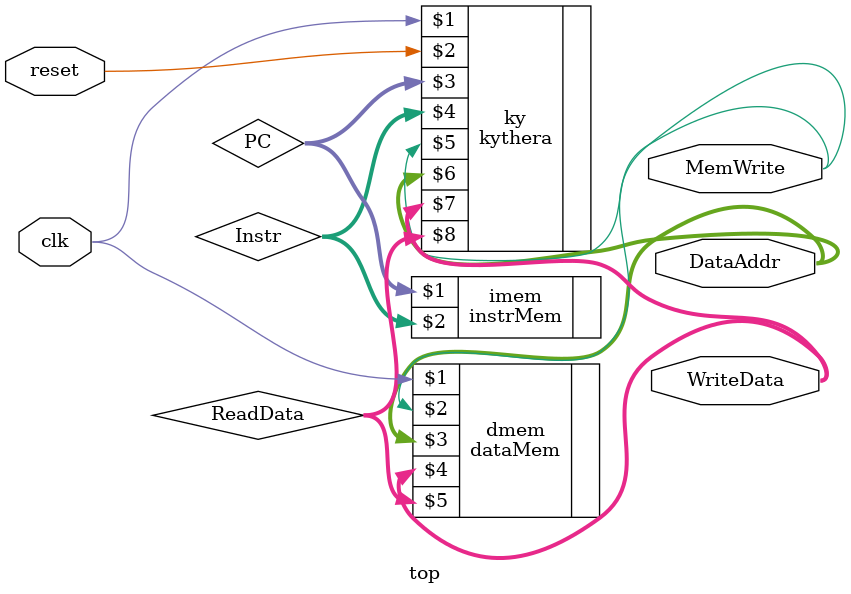
<source format=sv>
module top(input  logic         clk, reset,
           output logic [31:0]  WriteData, DataAddr,
           output logic         MemWrite);

  logic [31:0] PC, Instr, ReadData;

  // instatiate processor and memories
  kythera   ky(clk, reset, PC, Instr, MemWrite, DataAddr, WriteData, ReadData);
  instrMem  imem(PC, Instr);
  dataMem   dmem(clk, MemWrite, DataAddr, WriteData, ReadData);
endmodule

</source>
